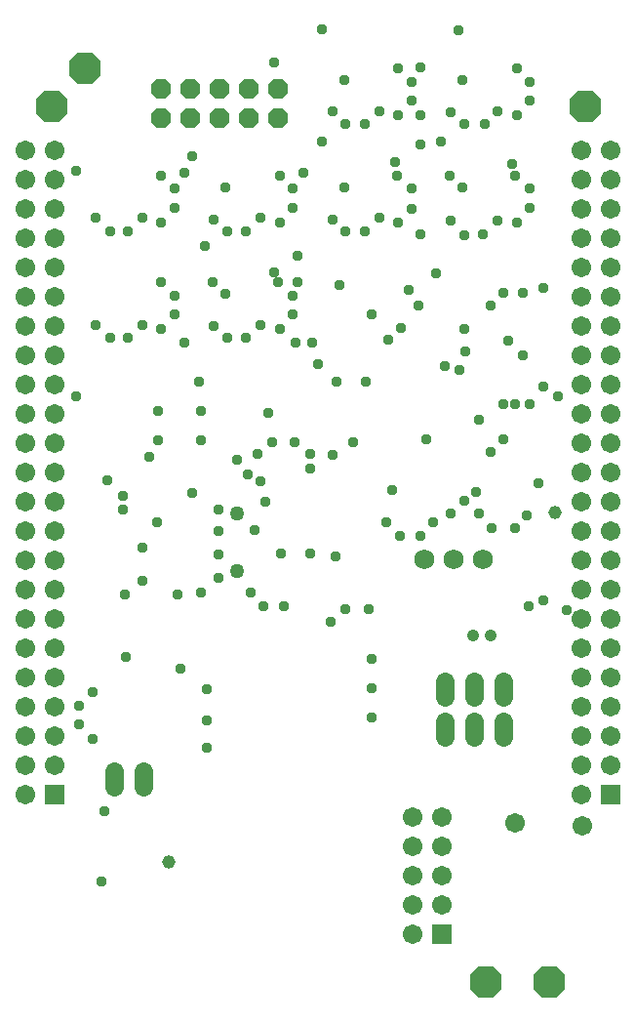
<source format=gbs>
G75*
G70*
%OFA0B0*%
%FSLAX24Y24*%
%IPPOS*%
%LPD*%
%AMOC8*
5,1,8,0,0,1.08239X$1,22.5*
%
%ADD10R,0.0671X0.0671*%
%ADD11C,0.0671*%
%ADD12OC8,0.1085*%
%ADD13C,0.0620*%
%ADD14OC8,0.0680*%
%ADD15C,0.0680*%
%ADD16C,0.0370*%
%ADD17C,0.0417*%
%ADD18C,0.0496*%
%ADD19C,0.0456*%
D10*
X002250Y008000D03*
X015500Y003250D03*
X021250Y008000D03*
D11*
X021250Y009000D03*
X021250Y010000D03*
X021250Y011000D03*
X021250Y012000D03*
X021250Y013000D03*
X021250Y014000D03*
X021250Y015000D03*
X021250Y016000D03*
X021250Y017000D03*
X021250Y018000D03*
X021250Y019000D03*
X021250Y020000D03*
X021250Y021000D03*
X021250Y022000D03*
X021250Y023000D03*
X021250Y024000D03*
X021250Y025000D03*
X021250Y026000D03*
X021250Y027000D03*
X021250Y028000D03*
X021250Y029000D03*
X021250Y030000D03*
X020250Y030000D03*
X020250Y029000D03*
X020250Y028000D03*
X020250Y027000D03*
X020250Y026000D03*
X020250Y025000D03*
X020250Y024000D03*
X020250Y023000D03*
X020250Y022000D03*
X020250Y021000D03*
X020250Y020000D03*
X020250Y019000D03*
X020250Y018000D03*
X020250Y017000D03*
X020250Y016000D03*
X020250Y015000D03*
X020250Y014000D03*
X020250Y013000D03*
X020250Y012000D03*
X020250Y011000D03*
X020250Y010000D03*
X020250Y009000D03*
X020250Y008000D03*
X020300Y006950D03*
X018000Y007050D03*
X015500Y007250D03*
X015500Y006250D03*
X015500Y005250D03*
X015500Y004250D03*
X014500Y004250D03*
X014500Y003250D03*
X014500Y005250D03*
X014500Y006250D03*
X014500Y007250D03*
X002250Y009000D03*
X002250Y010000D03*
X002250Y011000D03*
X002250Y012000D03*
X002250Y013000D03*
X002250Y014000D03*
X002250Y015000D03*
X002250Y016000D03*
X002250Y017000D03*
X002250Y018000D03*
X002250Y019000D03*
X002250Y020000D03*
X002250Y021000D03*
X002250Y022000D03*
X002250Y023000D03*
X002250Y024000D03*
X002250Y025000D03*
X002250Y026000D03*
X002250Y027000D03*
X002250Y028000D03*
X002250Y029000D03*
X002250Y030000D03*
X001250Y030000D03*
X001250Y029000D03*
X001250Y028000D03*
X001250Y027000D03*
X001250Y026000D03*
X001250Y025000D03*
X001250Y024000D03*
X001250Y023000D03*
X001250Y022000D03*
X001250Y021000D03*
X001250Y020000D03*
X001250Y019000D03*
X001250Y018000D03*
X001250Y017000D03*
X001250Y016000D03*
X001250Y015000D03*
X001250Y014000D03*
X001250Y013000D03*
X001250Y012000D03*
X001250Y011000D03*
X001250Y010000D03*
X001250Y009000D03*
X001250Y008000D03*
D12*
X002150Y031500D03*
X003300Y032800D03*
X020400Y031500D03*
X019150Y001600D03*
X017000Y001600D03*
D13*
X016600Y009980D02*
X016600Y010520D01*
X016600Y011330D02*
X016600Y011870D01*
X015600Y011870D02*
X015600Y011330D01*
X015600Y010520D02*
X015600Y009980D01*
X017600Y009980D02*
X017600Y010520D01*
X017600Y011330D02*
X017600Y011870D01*
X005300Y008820D02*
X005300Y008280D01*
X004300Y008280D02*
X004300Y008820D01*
D14*
X005900Y031100D03*
X005900Y032100D03*
X006900Y032100D03*
X006900Y031100D03*
X007900Y031100D03*
X007900Y032100D03*
X008900Y032100D03*
X008900Y031100D03*
X009900Y031100D03*
X009900Y032100D03*
D15*
X014900Y016050D03*
X015900Y016050D03*
X016900Y016050D03*
D16*
X003850Y005050D03*
X003950Y007450D03*
X003550Y009900D03*
X003100Y010400D03*
X003100Y011050D03*
X003550Y011500D03*
X004700Y012700D03*
X004650Y014850D03*
X005250Y015300D03*
X005250Y016450D03*
X005750Y017300D03*
X004600Y017750D03*
X004600Y018200D03*
X004050Y018750D03*
X005500Y019550D03*
X005800Y020100D03*
X005800Y021100D03*
X007250Y021100D03*
X007250Y020100D03*
X007200Y022100D03*
X006700Y023450D03*
X006350Y024400D03*
X006350Y025050D03*
X005900Y025500D03*
X005250Y024050D03*
X004750Y023600D03*
X004150Y023600D03*
X003650Y024050D03*
X003000Y021600D03*
X005900Y023900D03*
X007700Y024000D03*
X008150Y023600D03*
X008800Y023600D03*
X009300Y024050D03*
X009950Y023900D03*
X010400Y024400D03*
X010400Y025050D03*
X010550Y025500D03*
X009900Y025500D03*
X009750Y025850D03*
X010550Y026400D03*
X009950Y027550D03*
X010400Y028050D03*
X010400Y028700D03*
X009950Y029150D03*
X010750Y029250D03*
X011400Y030300D03*
X011750Y031350D03*
X012200Y030900D03*
X012850Y030900D03*
X013350Y031350D03*
X014000Y031200D03*
X014450Y031700D03*
X014750Y031200D03*
X014750Y030200D03*
X015450Y030300D03*
X015800Y031300D03*
X016250Y030900D03*
X016950Y030900D03*
X017400Y031350D03*
X018050Y031200D03*
X018500Y031700D03*
X018500Y032350D03*
X018050Y032800D03*
X016200Y032400D03*
X016050Y034100D03*
X014750Y032850D03*
X014450Y032350D03*
X014000Y032800D03*
X012150Y032400D03*
X011400Y034150D03*
X009750Y033000D03*
X006950Y029800D03*
X006700Y029250D03*
X006350Y028700D03*
X005900Y029150D03*
X006350Y028050D03*
X005900Y027550D03*
X005250Y027700D03*
X004750Y027250D03*
X004150Y027250D03*
X003650Y027700D03*
X003000Y029300D03*
X007400Y026750D03*
X007700Y027650D03*
X008150Y027250D03*
X008800Y027250D03*
X009300Y027700D03*
X008100Y028750D03*
X007650Y025500D03*
X008100Y025100D03*
X010500Y023450D03*
X011050Y023450D03*
X011250Y022700D03*
X011900Y022100D03*
X012900Y022100D03*
X013650Y023550D03*
X014100Y023950D03*
X014700Y024700D03*
X014350Y025250D03*
X015300Y025800D03*
X014750Y027150D03*
X014450Y028000D03*
X014000Y027550D03*
X013350Y027700D03*
X012850Y027250D03*
X012200Y027250D03*
X011750Y027650D03*
X012150Y028750D03*
X013950Y029150D03*
X013900Y029600D03*
X014450Y028700D03*
X015750Y029150D03*
X016200Y028750D03*
X015800Y027600D03*
X016250Y027100D03*
X016900Y027150D03*
X017400Y027600D03*
X018050Y027550D03*
X018500Y028050D03*
X018500Y028700D03*
X018000Y029150D03*
X017900Y029550D03*
X018950Y025300D03*
X018250Y025150D03*
X017600Y025150D03*
X017150Y024700D03*
X016250Y023900D03*
X016300Y023150D03*
X016100Y022500D03*
X015600Y022650D03*
X016750Y020800D03*
X017600Y021350D03*
X018000Y021350D03*
X018500Y021350D03*
X018950Y021950D03*
X019450Y021600D03*
X018250Y023000D03*
X017750Y023500D03*
X017600Y020150D03*
X017150Y019700D03*
X016650Y018350D03*
X016250Y018050D03*
X015800Y017600D03*
X015200Y017300D03*
X014750Y016850D03*
X014050Y016850D03*
X013600Y017300D03*
X013800Y018400D03*
X014950Y020150D03*
X016750Y017600D03*
X017200Y017100D03*
X018000Y017100D03*
X018400Y017550D03*
X018800Y018650D03*
X018950Y014650D03*
X018450Y014450D03*
X019750Y014300D03*
X013100Y012650D03*
X013100Y011650D03*
X013100Y010650D03*
X011700Y013900D03*
X012200Y014350D03*
X013000Y014350D03*
X011850Y016150D03*
X011000Y016250D03*
X010000Y016250D03*
X009100Y017050D03*
X009450Y018000D03*
X009300Y018700D03*
X008850Y018950D03*
X008500Y019450D03*
X009200Y019650D03*
X009700Y020050D03*
X009550Y021050D03*
X010450Y020050D03*
X011000Y019650D03*
X011000Y019150D03*
X011750Y019600D03*
X012450Y020050D03*
X013100Y024400D03*
X012000Y025400D03*
X007850Y017750D03*
X007850Y017000D03*
X007850Y016200D03*
X007850Y015400D03*
X007250Y014900D03*
X006450Y014850D03*
X006550Y012300D03*
X007450Y011600D03*
X007450Y010550D03*
X007450Y009600D03*
X009400Y014450D03*
X008950Y014900D03*
X010100Y014450D03*
X006950Y018300D03*
D17*
X016550Y013450D03*
X017150Y013450D03*
D18*
X008500Y015650D03*
X008500Y017600D03*
D19*
X006150Y005700D03*
X019350Y017650D03*
M02*

</source>
